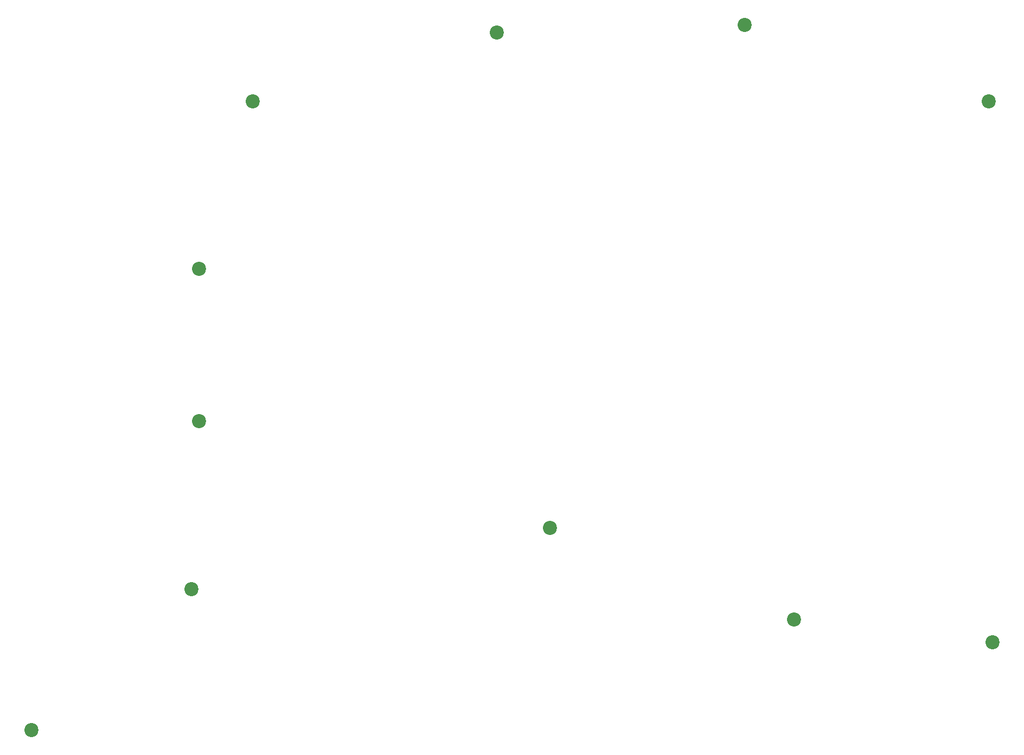
<source format=gbs>
G04 #@! TF.GenerationSoftware,KiCad,Pcbnew,7.0.2*
G04 #@! TF.CreationDate,2023-05-25T14:20:14+02:00*
G04 #@! TF.ProjectId,mykeeb_v7a3-base,6d796b65-6562-45f7-9637-61332d626173,rev?*
G04 #@! TF.SameCoordinates,Original*
G04 #@! TF.FileFunction,Soldermask,Bot*
G04 #@! TF.FilePolarity,Negative*
%FSLAX46Y46*%
G04 Gerber Fmt 4.6, Leading zero omitted, Abs format (unit mm)*
G04 Created by KiCad (PCBNEW 7.0.2) date 2023-05-25 14:20:14*
%MOMM*%
%LPD*%
G01*
G04 APERTURE LIST*
%ADD10C,2.200000*%
G04 APERTURE END LIST*
D10*
X176212648Y-38100032D03*
X214907993Y-134540738D03*
X99417271Y-50006292D03*
X91082889Y-76200064D03*
X91082889Y-100012584D03*
X64889117Y-148232937D03*
X145851685Y-116681348D03*
X183951717Y-130968860D03*
X214312680Y-50006292D03*
X89892263Y-126206356D03*
X137517303Y-39290658D03*
M02*

</source>
